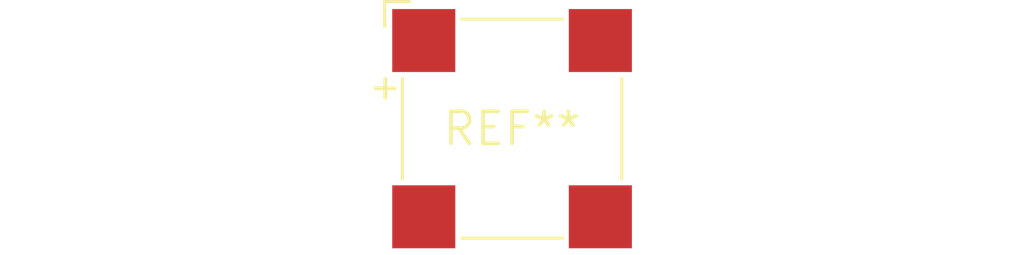
<source format=kicad_pcb>
(kicad_pcb (version 20240108) (generator pcbnew)
  (layers (0 "F.Cu" signal) (31 "B.Cu" signal) (34 "B.Paste" user) (35 "F.Paste" user) (36 "B.SilkS" user "B.Silkscreen") (37 "F.SilkS" user "F.Silkscreen") (38 "B.Mask" user) (39 "F.Mask" user) (44 "Edge.Cuts" user))
  (net 0 "")
  (footprint "MagneticBuzzer_CUI_CMT-8504-100-SMT" (layer "F.Cu") (at 0 0)
    (property "Reference" "REF**")
    (property "Value" "MagneticBuzzer_CUI_CMT-8504-100-SMT")
    (fp_line (start -5.05 -5.05) (end -4.05 -5.05) (layer "F.SilkS") (stroke (width 0.12)))
    (fp_line (start -5.05 -4.05) (end -5.05 -5.05) (layer "F.SilkS") (stroke (width 0.12)))
    (fp_line (start -4.35 -2) (end -4.35 2) (layer "F.SilkS") (stroke (width 0.12)))
    (fp_line (start -2 4.35) (end 2 4.35) (layer "F.SilkS") (stroke (width 0.12)))
    (fp_line (start 2 -4.35) (end -2 -4.35) (layer "F.SilkS") (stroke (width 0.12)))
    (fp_line (start 4.35 2) (end 4.35 -2) (layer "F.SilkS") (stroke (width 0.12)))
    (fp_text user "+" (at -5.1 -1.6 -90) (layer "F.SilkS"))
    (pad "1" smd rect (at -3.5 -3.5 270) (size 2.5 2.5) (layers "F.Cu" "F.Paste" "F.Mask"))
    (pad "2" smd rect (at -3.5 3.5 270) (size 2.5 2.5) (layers "F.Cu" "F.Paste" "F.Mask"))
    (pad "3" smd rect (at 3.5 3.5 270) (size 2.5 2.5) (layers "F.Cu" "F.Paste" "F.Mask"))
    (pad "4" smd rect (at 3.5 -3.5 270) (size 2.5 2.5) (layers "F.Cu" "F.Paste" "F.Mask"))
  )
)
</source>
